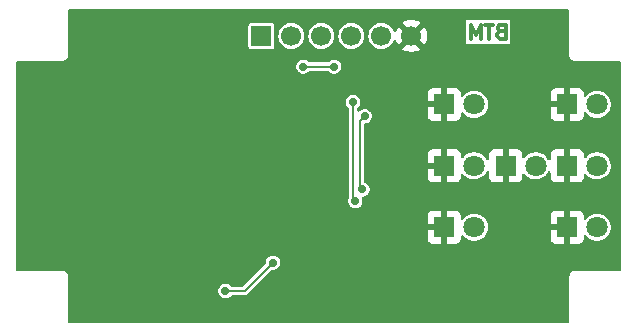
<source format=gbl>
G04 #@! TF.GenerationSoftware,KiCad,Pcbnew,9.0.1*
G04 #@! TF.CreationDate,2025-09-23T20:38:02+02:00*
G04 #@! TF.ProjectId,kostka-smd,6b6f7374-6b61-42d7-936d-642e6b696361,1*
G04 #@! TF.SameCoordinates,Original*
G04 #@! TF.FileFunction,Copper,L2,Bot*
G04 #@! TF.FilePolarity,Positive*
%FSLAX46Y46*%
G04 Gerber Fmt 4.6, Leading zero omitted, Abs format (unit mm)*
G04 Created by KiCad (PCBNEW 9.0.1) date 2025-09-23 20:38:02*
%MOMM*%
%LPD*%
G01*
G04 APERTURE LIST*
%ADD10C,0.300000*%
G04 #@! TA.AperFunction,NonConductor*
%ADD11C,0.300000*%
G04 #@! TD*
G04 #@! TA.AperFunction,ComponentPad*
%ADD12R,1.800000X1.800000*%
G04 #@! TD*
G04 #@! TA.AperFunction,ComponentPad*
%ADD13C,1.800000*%
G04 #@! TD*
G04 #@! TA.AperFunction,ComponentPad*
%ADD14R,1.700000X1.700000*%
G04 #@! TD*
G04 #@! TA.AperFunction,ComponentPad*
%ADD15C,1.700000*%
G04 #@! TD*
G04 #@! TA.AperFunction,ViaPad*
%ADD16C,0.700000*%
G04 #@! TD*
G04 #@! TA.AperFunction,Conductor*
%ADD17C,0.200000*%
G04 #@! TD*
G04 APERTURE END LIST*
D10*
D11*
X177716917Y-81008971D02*
X177545489Y-81066114D01*
X177545489Y-81066114D02*
X177488346Y-81123257D01*
X177488346Y-81123257D02*
X177431203Y-81237542D01*
X177431203Y-81237542D02*
X177431203Y-81408971D01*
X177431203Y-81408971D02*
X177488346Y-81523257D01*
X177488346Y-81523257D02*
X177545489Y-81580400D01*
X177545489Y-81580400D02*
X177659774Y-81637542D01*
X177659774Y-81637542D02*
X178116917Y-81637542D01*
X178116917Y-81637542D02*
X178116917Y-80437542D01*
X178116917Y-80437542D02*
X177716917Y-80437542D01*
X177716917Y-80437542D02*
X177602632Y-80494685D01*
X177602632Y-80494685D02*
X177545489Y-80551828D01*
X177545489Y-80551828D02*
X177488346Y-80666114D01*
X177488346Y-80666114D02*
X177488346Y-80780400D01*
X177488346Y-80780400D02*
X177545489Y-80894685D01*
X177545489Y-80894685D02*
X177602632Y-80951828D01*
X177602632Y-80951828D02*
X177716917Y-81008971D01*
X177716917Y-81008971D02*
X178116917Y-81008971D01*
X177088346Y-80437542D02*
X176402632Y-80437542D01*
X176745489Y-81637542D02*
X176745489Y-80437542D01*
X176002631Y-81637542D02*
X176002631Y-80437542D01*
X176002631Y-80437542D02*
X175602631Y-81294685D01*
X175602631Y-81294685D02*
X175202631Y-80437542D01*
X175202631Y-80437542D02*
X175202631Y-81637542D01*
D12*
X172930000Y-87200000D03*
D13*
X175470000Y-87200000D03*
D12*
X183330000Y-92400000D03*
D13*
X185870000Y-92400000D03*
D12*
X172930000Y-97600000D03*
D13*
X175470000Y-97600000D03*
D12*
X183330000Y-87200000D03*
D13*
X185870000Y-87200000D03*
D14*
X157450000Y-81400000D03*
D15*
X159990000Y-81400000D03*
X162530000Y-81400000D03*
X165070000Y-81400000D03*
X167610000Y-81400000D03*
X170150000Y-81400000D03*
D12*
X172930000Y-92400000D03*
D13*
X175470000Y-92400000D03*
D12*
X183330000Y-97600000D03*
D13*
X185870000Y-97600000D03*
D12*
X178130000Y-92400000D03*
D13*
X180670000Y-92400000D03*
D16*
X163800000Y-85400000D03*
X149731574Y-101800000D03*
X164400000Y-95400000D03*
X155400000Y-91000000D03*
X158420000Y-100600000D03*
X154400000Y-103000000D03*
X161000000Y-84000000D03*
X163600000Y-84000000D03*
X166000000Y-94400000D03*
X166200000Y-88200000D03*
X165400000Y-95400000D03*
X165200000Y-87000000D03*
D17*
X154400000Y-103000000D02*
X156020000Y-103000000D01*
X156020000Y-103000000D02*
X158420000Y-100600000D01*
X161000000Y-84000000D02*
X163600000Y-84000000D01*
X165800000Y-88600000D02*
X165800000Y-94200000D01*
X165800000Y-94200000D02*
X166000000Y-94400000D01*
X166200000Y-88200000D02*
X165800000Y-88600000D01*
X165200000Y-87000000D02*
X165200000Y-95200000D01*
X165200000Y-95200000D02*
X165400000Y-95400000D01*
G04 #@! TA.AperFunction,Conductor*
G36*
X183442539Y-79120185D02*
G01*
X183488294Y-79172989D01*
X183499500Y-79224500D01*
X183499500Y-83065891D01*
X183533608Y-83193187D01*
X183566554Y-83250250D01*
X183599500Y-83307314D01*
X183692686Y-83400500D01*
X183806814Y-83466392D01*
X183934108Y-83500500D01*
X184065892Y-83500500D01*
X187775500Y-83500500D01*
X187842539Y-83520185D01*
X187888294Y-83572989D01*
X187899500Y-83624500D01*
X187899500Y-101175500D01*
X187879815Y-101242539D01*
X187827011Y-101288294D01*
X187775500Y-101299500D01*
X183934108Y-101299500D01*
X183806812Y-101333608D01*
X183692686Y-101399500D01*
X183692683Y-101399502D01*
X183599502Y-101492683D01*
X183599500Y-101492686D01*
X183533608Y-101606812D01*
X183499500Y-101734108D01*
X183499500Y-105575500D01*
X183479815Y-105642539D01*
X183427011Y-105688294D01*
X183375500Y-105699500D01*
X141224500Y-105699500D01*
X141157461Y-105679815D01*
X141111706Y-105627011D01*
X141100500Y-105575500D01*
X141100500Y-102920943D01*
X153799500Y-102920943D01*
X153799500Y-103079056D01*
X153840423Y-103231783D01*
X153840426Y-103231790D01*
X153919475Y-103368709D01*
X153919479Y-103368714D01*
X153919480Y-103368716D01*
X154031284Y-103480520D01*
X154031286Y-103480521D01*
X154031290Y-103480524D01*
X154168209Y-103559573D01*
X154168216Y-103559577D01*
X154320943Y-103600500D01*
X154320945Y-103600500D01*
X154479055Y-103600500D01*
X154479057Y-103600500D01*
X154631784Y-103559577D01*
X154768716Y-103480520D01*
X154862417Y-103386819D01*
X154923740Y-103353334D01*
X154950098Y-103350500D01*
X156066142Y-103350500D01*
X156066144Y-103350500D01*
X156155288Y-103326614D01*
X156165912Y-103320480D01*
X156235212Y-103280470D01*
X158278862Y-101236818D01*
X158340185Y-101203334D01*
X158366543Y-101200500D01*
X158499055Y-101200500D01*
X158499057Y-101200500D01*
X158651784Y-101159577D01*
X158788716Y-101080520D01*
X158900520Y-100968716D01*
X158979577Y-100831784D01*
X159020500Y-100679057D01*
X159020500Y-100520943D01*
X158979577Y-100368216D01*
X158979573Y-100368209D01*
X158900524Y-100231290D01*
X158900518Y-100231282D01*
X158788717Y-100119481D01*
X158788709Y-100119475D01*
X158651790Y-100040426D01*
X158651786Y-100040424D01*
X158651784Y-100040423D01*
X158499057Y-99999500D01*
X158340943Y-99999500D01*
X158188216Y-100040423D01*
X158188209Y-100040426D01*
X158051290Y-100119475D01*
X158051282Y-100119481D01*
X157939481Y-100231282D01*
X157939475Y-100231290D01*
X157860426Y-100368209D01*
X157860423Y-100368216D01*
X157819500Y-100520943D01*
X157819500Y-100653455D01*
X157799815Y-100720494D01*
X157783181Y-100741136D01*
X155911137Y-102613181D01*
X155849814Y-102646666D01*
X155823456Y-102649500D01*
X154950098Y-102649500D01*
X154883059Y-102629815D01*
X154862417Y-102613181D01*
X154768717Y-102519481D01*
X154768709Y-102519475D01*
X154631790Y-102440426D01*
X154631786Y-102440424D01*
X154631784Y-102440423D01*
X154479057Y-102399500D01*
X154320943Y-102399500D01*
X154168216Y-102440423D01*
X154168209Y-102440426D01*
X154031290Y-102519475D01*
X154031282Y-102519481D01*
X153919481Y-102631282D01*
X153919475Y-102631290D01*
X153840426Y-102768209D01*
X153840423Y-102768216D01*
X153799500Y-102920943D01*
X141100500Y-102920943D01*
X141100500Y-101734110D01*
X141100500Y-101734108D01*
X141066392Y-101606814D01*
X141000500Y-101492686D01*
X140907314Y-101399500D01*
X140850250Y-101366554D01*
X140793187Y-101333608D01*
X140729539Y-101316554D01*
X140665892Y-101299500D01*
X140665891Y-101299500D01*
X136824500Y-101299500D01*
X136757461Y-101279815D01*
X136711706Y-101227011D01*
X136700500Y-101175500D01*
X136700500Y-96652155D01*
X171530000Y-96652155D01*
X171530000Y-97350000D01*
X172554722Y-97350000D01*
X172510667Y-97426306D01*
X172480000Y-97540756D01*
X172480000Y-97659244D01*
X172510667Y-97773694D01*
X172554722Y-97850000D01*
X171530000Y-97850000D01*
X171530000Y-98547844D01*
X171536401Y-98607372D01*
X171536403Y-98607379D01*
X171586645Y-98742086D01*
X171586649Y-98742093D01*
X171672809Y-98857187D01*
X171672812Y-98857190D01*
X171787906Y-98943350D01*
X171787913Y-98943354D01*
X171922620Y-98993596D01*
X171922627Y-98993598D01*
X171982155Y-98999999D01*
X171982172Y-99000000D01*
X172680000Y-99000000D01*
X172680000Y-97975277D01*
X172756306Y-98019333D01*
X172870756Y-98050000D01*
X172989244Y-98050000D01*
X173103694Y-98019333D01*
X173180000Y-97975277D01*
X173180000Y-99000000D01*
X173877828Y-99000000D01*
X173877844Y-98999999D01*
X173937372Y-98993598D01*
X173937379Y-98993596D01*
X174072086Y-98943354D01*
X174072093Y-98943350D01*
X174187187Y-98857190D01*
X174187190Y-98857187D01*
X174273350Y-98742093D01*
X174273354Y-98742086D01*
X174323596Y-98607379D01*
X174323598Y-98607372D01*
X174329999Y-98547844D01*
X174330000Y-98547827D01*
X174330000Y-98369906D01*
X174349685Y-98302867D01*
X174402489Y-98257112D01*
X174471647Y-98247168D01*
X174535203Y-98276193D01*
X174554319Y-98297022D01*
X174592443Y-98349497D01*
X174720500Y-98477554D01*
X174720505Y-98477558D01*
X174817223Y-98547827D01*
X174867006Y-98583996D01*
X174972484Y-98637740D01*
X175028360Y-98666211D01*
X175028363Y-98666212D01*
X175114476Y-98694191D01*
X175200591Y-98722171D01*
X175283429Y-98735291D01*
X175379449Y-98750500D01*
X175379454Y-98750500D01*
X175560551Y-98750500D01*
X175647259Y-98736765D01*
X175739409Y-98722171D01*
X175911639Y-98666211D01*
X176072994Y-98583996D01*
X176219501Y-98477553D01*
X176347553Y-98349501D01*
X176453996Y-98202994D01*
X176536211Y-98041639D01*
X176543459Y-98019333D01*
X176592171Y-97869410D01*
X176606453Y-97779240D01*
X176620500Y-97690551D01*
X176620500Y-97509448D01*
X176595245Y-97350000D01*
X176592171Y-97330591D01*
X176536211Y-97158361D01*
X176536211Y-97158360D01*
X176507740Y-97102484D01*
X176453996Y-96997006D01*
X176440396Y-96978287D01*
X176347558Y-96850505D01*
X176347554Y-96850500D01*
X176219499Y-96722445D01*
X176219494Y-96722441D01*
X176122752Y-96652155D01*
X181930000Y-96652155D01*
X181930000Y-97350000D01*
X182954722Y-97350000D01*
X182910667Y-97426306D01*
X182880000Y-97540756D01*
X182880000Y-97659244D01*
X182910667Y-97773694D01*
X182954722Y-97850000D01*
X181930000Y-97850000D01*
X181930000Y-98547844D01*
X181936401Y-98607372D01*
X181936403Y-98607379D01*
X181986645Y-98742086D01*
X181986649Y-98742093D01*
X182072809Y-98857187D01*
X182072812Y-98857190D01*
X182187906Y-98943350D01*
X182187913Y-98943354D01*
X182322620Y-98993596D01*
X182322627Y-98993598D01*
X182382155Y-98999999D01*
X182382172Y-99000000D01*
X183080000Y-99000000D01*
X183080000Y-97975277D01*
X183156306Y-98019333D01*
X183270756Y-98050000D01*
X183389244Y-98050000D01*
X183503694Y-98019333D01*
X183580000Y-97975277D01*
X183580000Y-99000000D01*
X184277828Y-99000000D01*
X184277844Y-98999999D01*
X184337372Y-98993598D01*
X184337379Y-98993596D01*
X184472086Y-98943354D01*
X184472093Y-98943350D01*
X184587187Y-98857190D01*
X184587190Y-98857187D01*
X184673350Y-98742093D01*
X184673354Y-98742086D01*
X184723596Y-98607379D01*
X184723598Y-98607372D01*
X184729999Y-98547844D01*
X184730000Y-98547827D01*
X184730000Y-98369906D01*
X184749685Y-98302867D01*
X184802489Y-98257112D01*
X184871647Y-98247168D01*
X184935203Y-98276193D01*
X184954319Y-98297022D01*
X184992443Y-98349497D01*
X185120500Y-98477554D01*
X185120505Y-98477558D01*
X185217223Y-98547827D01*
X185267006Y-98583996D01*
X185372484Y-98637740D01*
X185428360Y-98666211D01*
X185428363Y-98666212D01*
X185514476Y-98694191D01*
X185600591Y-98722171D01*
X185683429Y-98735291D01*
X185779449Y-98750500D01*
X185779454Y-98750500D01*
X185960551Y-98750500D01*
X186047259Y-98736765D01*
X186139409Y-98722171D01*
X186311639Y-98666211D01*
X186472994Y-98583996D01*
X186619501Y-98477553D01*
X186747553Y-98349501D01*
X186853996Y-98202994D01*
X186936211Y-98041639D01*
X186992171Y-97869409D01*
X187007331Y-97773694D01*
X187020500Y-97690551D01*
X187020500Y-97509448D01*
X186995245Y-97350000D01*
X186992171Y-97330591D01*
X186936211Y-97158361D01*
X186936211Y-97158360D01*
X186907740Y-97102484D01*
X186853996Y-96997006D01*
X186840396Y-96978287D01*
X186747558Y-96850505D01*
X186747554Y-96850500D01*
X186619499Y-96722445D01*
X186619494Y-96722441D01*
X186472997Y-96616006D01*
X186472996Y-96616005D01*
X186472994Y-96616004D01*
X186421300Y-96589664D01*
X186311639Y-96533788D01*
X186311636Y-96533787D01*
X186139410Y-96477829D01*
X185960551Y-96449500D01*
X185960546Y-96449500D01*
X185779454Y-96449500D01*
X185779449Y-96449500D01*
X185600589Y-96477829D01*
X185428363Y-96533787D01*
X185428360Y-96533788D01*
X185267002Y-96616006D01*
X185120505Y-96722441D01*
X185120500Y-96722445D01*
X184992445Y-96850500D01*
X184992441Y-96850505D01*
X184954318Y-96902978D01*
X184898988Y-96945644D01*
X184829375Y-96951623D01*
X184767580Y-96919018D01*
X184733223Y-96858179D01*
X184730000Y-96830093D01*
X184730000Y-96652172D01*
X184729999Y-96652155D01*
X184723598Y-96592627D01*
X184723596Y-96592620D01*
X184673354Y-96457913D01*
X184673350Y-96457906D01*
X184587190Y-96342812D01*
X184587187Y-96342809D01*
X184472093Y-96256649D01*
X184472086Y-96256645D01*
X184337379Y-96206403D01*
X184337372Y-96206401D01*
X184277844Y-96200000D01*
X183580000Y-96200000D01*
X183580000Y-97224722D01*
X183503694Y-97180667D01*
X183389244Y-97150000D01*
X183270756Y-97150000D01*
X183156306Y-97180667D01*
X183080000Y-97224722D01*
X183080000Y-96200000D01*
X182382155Y-96200000D01*
X182322627Y-96206401D01*
X182322620Y-96206403D01*
X182187913Y-96256645D01*
X182187906Y-96256649D01*
X182072812Y-96342809D01*
X182072809Y-96342812D01*
X181986649Y-96457906D01*
X181986645Y-96457913D01*
X181936403Y-96592620D01*
X181936401Y-96592627D01*
X181930000Y-96652155D01*
X176122752Y-96652155D01*
X176072997Y-96616006D01*
X176072996Y-96616005D01*
X176072994Y-96616004D01*
X176021300Y-96589664D01*
X175911639Y-96533788D01*
X175911636Y-96533787D01*
X175739410Y-96477829D01*
X175560551Y-96449500D01*
X175560546Y-96449500D01*
X175379454Y-96449500D01*
X175379449Y-96449500D01*
X175200589Y-96477829D01*
X175028363Y-96533787D01*
X175028360Y-96533788D01*
X174867002Y-96616006D01*
X174720505Y-96722441D01*
X174720500Y-96722445D01*
X174592445Y-96850500D01*
X174592441Y-96850505D01*
X174554318Y-96902978D01*
X174498988Y-96945644D01*
X174429375Y-96951623D01*
X174367580Y-96919018D01*
X174333223Y-96858179D01*
X174330000Y-96830093D01*
X174330000Y-96652172D01*
X174329999Y-96652155D01*
X174323598Y-96592627D01*
X174323596Y-96592620D01*
X174273354Y-96457913D01*
X174273350Y-96457906D01*
X174187190Y-96342812D01*
X174187187Y-96342809D01*
X174072093Y-96256649D01*
X174072086Y-96256645D01*
X173937379Y-96206403D01*
X173937372Y-96206401D01*
X173877844Y-96200000D01*
X173180000Y-96200000D01*
X173180000Y-97224722D01*
X173103694Y-97180667D01*
X172989244Y-97150000D01*
X172870756Y-97150000D01*
X172756306Y-97180667D01*
X172680000Y-97224722D01*
X172680000Y-96200000D01*
X171982155Y-96200000D01*
X171922627Y-96206401D01*
X171922620Y-96206403D01*
X171787913Y-96256645D01*
X171787906Y-96256649D01*
X171672812Y-96342809D01*
X171672809Y-96342812D01*
X171586649Y-96457906D01*
X171586645Y-96457913D01*
X171536403Y-96592620D01*
X171536401Y-96592627D01*
X171530000Y-96652155D01*
X136700500Y-96652155D01*
X136700500Y-86920943D01*
X164599500Y-86920943D01*
X164599500Y-87079056D01*
X164640423Y-87231783D01*
X164640426Y-87231790D01*
X164719475Y-87368709D01*
X164719481Y-87368717D01*
X164813181Y-87462417D01*
X164846666Y-87523740D01*
X164849500Y-87550098D01*
X164849500Y-95121637D01*
X164841834Y-95160179D01*
X164842527Y-95160365D01*
X164799500Y-95320943D01*
X164799500Y-95479056D01*
X164840423Y-95631783D01*
X164840426Y-95631790D01*
X164919475Y-95768709D01*
X164919479Y-95768714D01*
X164919480Y-95768716D01*
X165031284Y-95880520D01*
X165031286Y-95880521D01*
X165031290Y-95880524D01*
X165168209Y-95959573D01*
X165168216Y-95959577D01*
X165320943Y-96000500D01*
X165320945Y-96000500D01*
X165479055Y-96000500D01*
X165479057Y-96000500D01*
X165631784Y-95959577D01*
X165768716Y-95880520D01*
X165880520Y-95768716D01*
X165959577Y-95631784D01*
X166000500Y-95479057D01*
X166000500Y-95320943D01*
X165959577Y-95168216D01*
X165959576Y-95168214D01*
X165957473Y-95160365D01*
X165959809Y-95159739D01*
X165953658Y-95102472D01*
X165984939Y-95039996D01*
X166045031Y-95004349D01*
X166075686Y-95000500D01*
X166079055Y-95000500D01*
X166079057Y-95000500D01*
X166231784Y-94959577D01*
X166368716Y-94880520D01*
X166480520Y-94768716D01*
X166559577Y-94631784D01*
X166600500Y-94479057D01*
X166600500Y-94320943D01*
X166559577Y-94168216D01*
X166559573Y-94168209D01*
X166480524Y-94031290D01*
X166480518Y-94031282D01*
X166368717Y-93919481D01*
X166368709Y-93919475D01*
X166231786Y-93840423D01*
X166227048Y-93838461D01*
X166172644Y-93794620D01*
X166150579Y-93728326D01*
X166150500Y-93723900D01*
X166150500Y-91452155D01*
X171530000Y-91452155D01*
X171530000Y-92150000D01*
X172554722Y-92150000D01*
X172510667Y-92226306D01*
X172480000Y-92340756D01*
X172480000Y-92459244D01*
X172510667Y-92573694D01*
X172554722Y-92650000D01*
X171530000Y-92650000D01*
X171530000Y-93347844D01*
X171536401Y-93407372D01*
X171536403Y-93407379D01*
X171586645Y-93542086D01*
X171586649Y-93542093D01*
X171672809Y-93657187D01*
X171672812Y-93657190D01*
X171787906Y-93743350D01*
X171787913Y-93743354D01*
X171922620Y-93793596D01*
X171922627Y-93793598D01*
X171982155Y-93799999D01*
X171982172Y-93800000D01*
X172680000Y-93800000D01*
X172680000Y-92775277D01*
X172756306Y-92819333D01*
X172870756Y-92850000D01*
X172989244Y-92850000D01*
X173103694Y-92819333D01*
X173180000Y-92775277D01*
X173180000Y-93800000D01*
X173877828Y-93800000D01*
X173877844Y-93799999D01*
X173937372Y-93793598D01*
X173937379Y-93793596D01*
X174072086Y-93743354D01*
X174072093Y-93743350D01*
X174187187Y-93657190D01*
X174187190Y-93657187D01*
X174273350Y-93542093D01*
X174273354Y-93542086D01*
X174323596Y-93407379D01*
X174323598Y-93407372D01*
X174329999Y-93347844D01*
X174330000Y-93347827D01*
X174330000Y-93169906D01*
X174349685Y-93102867D01*
X174402489Y-93057112D01*
X174471647Y-93047168D01*
X174535203Y-93076193D01*
X174554319Y-93097022D01*
X174592443Y-93149497D01*
X174720500Y-93277554D01*
X174720505Y-93277558D01*
X174817223Y-93347827D01*
X174867006Y-93383996D01*
X174972484Y-93437740D01*
X175028360Y-93466211D01*
X175028363Y-93466212D01*
X175114476Y-93494191D01*
X175200591Y-93522171D01*
X175283429Y-93535291D01*
X175379449Y-93550500D01*
X175379454Y-93550500D01*
X175560551Y-93550500D01*
X175647259Y-93536765D01*
X175739409Y-93522171D01*
X175911639Y-93466211D01*
X176072994Y-93383996D01*
X176219501Y-93277553D01*
X176347553Y-93149501D01*
X176453996Y-93002994D01*
X176495515Y-92921506D01*
X176543490Y-92870712D01*
X176611310Y-92853917D01*
X176677445Y-92876454D01*
X176720897Y-92931169D01*
X176730000Y-92977803D01*
X176730000Y-93347844D01*
X176736401Y-93407372D01*
X176736403Y-93407379D01*
X176786645Y-93542086D01*
X176786649Y-93542093D01*
X176872809Y-93657187D01*
X176872812Y-93657190D01*
X176987906Y-93743350D01*
X176987913Y-93743354D01*
X177122620Y-93793596D01*
X177122627Y-93793598D01*
X177182155Y-93799999D01*
X177182172Y-93800000D01*
X177880000Y-93800000D01*
X177880000Y-92775277D01*
X177956306Y-92819333D01*
X178070756Y-92850000D01*
X178189244Y-92850000D01*
X178303694Y-92819333D01*
X178380000Y-92775277D01*
X178380000Y-93800000D01*
X179077828Y-93800000D01*
X179077844Y-93799999D01*
X179137372Y-93793598D01*
X179137379Y-93793596D01*
X179272086Y-93743354D01*
X179272093Y-93743350D01*
X179387187Y-93657190D01*
X179387190Y-93657187D01*
X179473350Y-93542093D01*
X179473354Y-93542086D01*
X179523596Y-93407379D01*
X179523598Y-93407372D01*
X179529999Y-93347844D01*
X179530000Y-93347827D01*
X179530000Y-93169906D01*
X179549685Y-93102867D01*
X179602489Y-93057112D01*
X179671647Y-93047168D01*
X179735203Y-93076193D01*
X179754319Y-93097022D01*
X179792443Y-93149497D01*
X179920500Y-93277554D01*
X179920505Y-93277558D01*
X180017223Y-93347827D01*
X180067006Y-93383996D01*
X180172484Y-93437740D01*
X180228360Y-93466211D01*
X180228363Y-93466212D01*
X180314476Y-93494191D01*
X180400591Y-93522171D01*
X180483429Y-93535291D01*
X180579449Y-93550500D01*
X180579454Y-93550500D01*
X180760551Y-93550500D01*
X180847259Y-93536765D01*
X180939409Y-93522171D01*
X181111639Y-93466211D01*
X181272994Y-93383996D01*
X181419501Y-93277553D01*
X181547553Y-93149501D01*
X181653996Y-93002994D01*
X181695515Y-92921506D01*
X181743490Y-92870712D01*
X181811310Y-92853917D01*
X181877445Y-92876454D01*
X181920897Y-92931169D01*
X181930000Y-92977803D01*
X181930000Y-93347844D01*
X181936401Y-93407372D01*
X181936403Y-93407379D01*
X181986645Y-93542086D01*
X181986649Y-93542093D01*
X182072809Y-93657187D01*
X182072812Y-93657190D01*
X182187906Y-93743350D01*
X182187913Y-93743354D01*
X182322620Y-93793596D01*
X182322627Y-93793598D01*
X182382155Y-93799999D01*
X182382172Y-93800000D01*
X183080000Y-93800000D01*
X183080000Y-92775277D01*
X183156306Y-92819333D01*
X183270756Y-92850000D01*
X183389244Y-92850000D01*
X183503694Y-92819333D01*
X183580000Y-92775277D01*
X183580000Y-93800000D01*
X184277828Y-93800000D01*
X184277844Y-93799999D01*
X184337372Y-93793598D01*
X184337379Y-93793596D01*
X184472086Y-93743354D01*
X184472093Y-93743350D01*
X184587187Y-93657190D01*
X184587190Y-93657187D01*
X184673350Y-93542093D01*
X184673354Y-93542086D01*
X184723596Y-93407379D01*
X184723598Y-93407372D01*
X184729999Y-93347844D01*
X184730000Y-93347827D01*
X184730000Y-93169906D01*
X184749685Y-93102867D01*
X184802489Y-93057112D01*
X184871647Y-93047168D01*
X184935203Y-93076193D01*
X184954319Y-93097022D01*
X184992443Y-93149497D01*
X185120500Y-93277554D01*
X185120505Y-93277558D01*
X185217223Y-93347827D01*
X185267006Y-93383996D01*
X185372484Y-93437740D01*
X185428360Y-93466211D01*
X185428363Y-93466212D01*
X185514476Y-93494191D01*
X185600591Y-93522171D01*
X185683429Y-93535291D01*
X185779449Y-93550500D01*
X185779454Y-93550500D01*
X185960551Y-93550500D01*
X186047259Y-93536765D01*
X186139409Y-93522171D01*
X186311639Y-93466211D01*
X186472994Y-93383996D01*
X186619501Y-93277553D01*
X186747553Y-93149501D01*
X186853996Y-93002994D01*
X186936211Y-92841639D01*
X186992171Y-92669409D01*
X187007331Y-92573694D01*
X187020500Y-92490551D01*
X187020500Y-92309448D01*
X186995245Y-92150000D01*
X186992171Y-92130591D01*
X186936211Y-91958361D01*
X186936211Y-91958360D01*
X186895515Y-91878491D01*
X186853996Y-91797006D01*
X186840396Y-91778287D01*
X186747558Y-91650505D01*
X186747554Y-91650500D01*
X186619499Y-91522445D01*
X186619494Y-91522441D01*
X186472997Y-91416006D01*
X186472996Y-91416005D01*
X186472994Y-91416004D01*
X186421300Y-91389664D01*
X186311639Y-91333788D01*
X186311636Y-91333787D01*
X186139410Y-91277829D01*
X185960551Y-91249500D01*
X185960546Y-91249500D01*
X185779454Y-91249500D01*
X185779449Y-91249500D01*
X185600589Y-91277829D01*
X185428363Y-91333787D01*
X185428360Y-91333788D01*
X185267002Y-91416006D01*
X185120505Y-91522441D01*
X185120500Y-91522445D01*
X184992445Y-91650500D01*
X184992441Y-91650505D01*
X184954318Y-91702978D01*
X184898988Y-91745644D01*
X184829375Y-91751623D01*
X184767580Y-91719018D01*
X184733223Y-91658179D01*
X184730000Y-91630093D01*
X184730000Y-91452172D01*
X184729999Y-91452155D01*
X184723598Y-91392627D01*
X184723596Y-91392620D01*
X184673354Y-91257913D01*
X184673350Y-91257906D01*
X184587190Y-91142812D01*
X184587187Y-91142809D01*
X184472093Y-91056649D01*
X184472086Y-91056645D01*
X184337379Y-91006403D01*
X184337372Y-91006401D01*
X184277844Y-91000000D01*
X183580000Y-91000000D01*
X183580000Y-92024722D01*
X183503694Y-91980667D01*
X183389244Y-91950000D01*
X183270756Y-91950000D01*
X183156306Y-91980667D01*
X183080000Y-92024722D01*
X183080000Y-91000000D01*
X182382155Y-91000000D01*
X182322627Y-91006401D01*
X182322620Y-91006403D01*
X182187913Y-91056645D01*
X182187906Y-91056649D01*
X182072812Y-91142809D01*
X182072809Y-91142812D01*
X181986649Y-91257906D01*
X181986645Y-91257913D01*
X181936403Y-91392620D01*
X181936401Y-91392627D01*
X181930000Y-91452155D01*
X181930000Y-91822196D01*
X181910315Y-91889235D01*
X181857511Y-91934990D01*
X181788353Y-91944934D01*
X181724797Y-91915909D01*
X181695515Y-91878491D01*
X181693246Y-91874038D01*
X181653996Y-91797006D01*
X181640396Y-91778287D01*
X181547558Y-91650505D01*
X181547554Y-91650500D01*
X181419499Y-91522445D01*
X181419494Y-91522441D01*
X181272997Y-91416006D01*
X181272996Y-91416005D01*
X181272994Y-91416004D01*
X181221300Y-91389664D01*
X181111639Y-91333788D01*
X181111636Y-91333787D01*
X180939410Y-91277829D01*
X180760551Y-91249500D01*
X180760546Y-91249500D01*
X180579454Y-91249500D01*
X180579449Y-91249500D01*
X180400589Y-91277829D01*
X180228363Y-91333787D01*
X180228360Y-91333788D01*
X180067002Y-91416006D01*
X179920505Y-91522441D01*
X179920500Y-91522445D01*
X179792445Y-91650500D01*
X179792441Y-91650505D01*
X179754318Y-91702978D01*
X179698988Y-91745644D01*
X179629375Y-91751623D01*
X179567580Y-91719018D01*
X179533223Y-91658179D01*
X179530000Y-91630093D01*
X179530000Y-91452172D01*
X179529999Y-91452155D01*
X179523598Y-91392627D01*
X179523596Y-91392620D01*
X179473354Y-91257913D01*
X179473350Y-91257906D01*
X179387190Y-91142812D01*
X179387187Y-91142809D01*
X179272093Y-91056649D01*
X179272086Y-91056645D01*
X179137379Y-91006403D01*
X179137372Y-91006401D01*
X179077844Y-91000000D01*
X178380000Y-91000000D01*
X178380000Y-92024722D01*
X178303694Y-91980667D01*
X178189244Y-91950000D01*
X178070756Y-91950000D01*
X177956306Y-91980667D01*
X177880000Y-92024722D01*
X177880000Y-91000000D01*
X177182155Y-91000000D01*
X177122627Y-91006401D01*
X177122620Y-91006403D01*
X176987913Y-91056645D01*
X176987906Y-91056649D01*
X176872812Y-91142809D01*
X176872809Y-91142812D01*
X176786649Y-91257906D01*
X176786645Y-91257913D01*
X176736403Y-91392620D01*
X176736401Y-91392627D01*
X176730000Y-91452155D01*
X176730000Y-91822196D01*
X176710315Y-91889235D01*
X176657511Y-91934990D01*
X176588353Y-91944934D01*
X176524797Y-91915909D01*
X176495515Y-91878491D01*
X176493246Y-91874038D01*
X176453996Y-91797006D01*
X176440396Y-91778287D01*
X176347558Y-91650505D01*
X176347554Y-91650500D01*
X176219499Y-91522445D01*
X176219494Y-91522441D01*
X176072997Y-91416006D01*
X176072996Y-91416005D01*
X176072994Y-91416004D01*
X176021300Y-91389664D01*
X175911639Y-91333788D01*
X175911636Y-91333787D01*
X175739410Y-91277829D01*
X175560551Y-91249500D01*
X175560546Y-91249500D01*
X175379454Y-91249500D01*
X175379449Y-91249500D01*
X175200589Y-91277829D01*
X175028363Y-91333787D01*
X175028360Y-91333788D01*
X174867002Y-91416006D01*
X174720505Y-91522441D01*
X174720500Y-91522445D01*
X174592445Y-91650500D01*
X174592441Y-91650505D01*
X174554318Y-91702978D01*
X174498988Y-91745644D01*
X174429375Y-91751623D01*
X174367580Y-91719018D01*
X174333223Y-91658179D01*
X174330000Y-91630093D01*
X174330000Y-91452172D01*
X174329999Y-91452155D01*
X174323598Y-91392627D01*
X174323596Y-91392620D01*
X174273354Y-91257913D01*
X174273350Y-91257906D01*
X174187190Y-91142812D01*
X174187187Y-91142809D01*
X174072093Y-91056649D01*
X174072086Y-91056645D01*
X173937379Y-91006403D01*
X173937372Y-91006401D01*
X173877844Y-91000000D01*
X173180000Y-91000000D01*
X173180000Y-92024722D01*
X173103694Y-91980667D01*
X172989244Y-91950000D01*
X172870756Y-91950000D01*
X172756306Y-91980667D01*
X172680000Y-92024722D01*
X172680000Y-91000000D01*
X171982155Y-91000000D01*
X171922627Y-91006401D01*
X171922620Y-91006403D01*
X171787913Y-91056645D01*
X171787906Y-91056649D01*
X171672812Y-91142809D01*
X171672809Y-91142812D01*
X171586649Y-91257906D01*
X171586645Y-91257913D01*
X171536403Y-91392620D01*
X171536401Y-91392627D01*
X171530000Y-91452155D01*
X166150500Y-91452155D01*
X166150500Y-88924500D01*
X166170185Y-88857461D01*
X166222989Y-88811706D01*
X166274500Y-88800500D01*
X166279055Y-88800500D01*
X166279057Y-88800500D01*
X166431784Y-88759577D01*
X166568716Y-88680520D01*
X166680520Y-88568716D01*
X166759577Y-88431784D01*
X166800500Y-88279057D01*
X166800500Y-88120943D01*
X166759577Y-87968216D01*
X166689691Y-87847168D01*
X166680524Y-87831290D01*
X166680518Y-87831282D01*
X166568717Y-87719481D01*
X166568709Y-87719475D01*
X166431790Y-87640426D01*
X166431786Y-87640424D01*
X166431784Y-87640423D01*
X166279057Y-87599500D01*
X166120943Y-87599500D01*
X165968216Y-87640423D01*
X165968209Y-87640426D01*
X165831290Y-87719475D01*
X165831282Y-87719481D01*
X165762181Y-87788583D01*
X165742744Y-87799195D01*
X165726011Y-87813696D01*
X165712679Y-87815612D01*
X165700858Y-87822068D01*
X165678771Y-87820488D01*
X165656853Y-87823640D01*
X165644601Y-87818044D01*
X165631166Y-87817084D01*
X165613439Y-87803813D01*
X165593297Y-87794615D01*
X165586014Y-87783283D01*
X165575233Y-87775212D01*
X165567495Y-87754466D01*
X165555523Y-87735837D01*
X165552371Y-87713918D01*
X165550816Y-87709748D01*
X165550500Y-87700902D01*
X165550500Y-87550098D01*
X165570185Y-87483059D01*
X165586819Y-87462417D01*
X165599236Y-87450000D01*
X165680520Y-87368716D01*
X165759577Y-87231784D01*
X165800500Y-87079057D01*
X165800500Y-86920943D01*
X165759577Y-86768216D01*
X165749060Y-86750000D01*
X165680524Y-86631290D01*
X165680518Y-86631282D01*
X165568717Y-86519481D01*
X165568709Y-86519475D01*
X165431790Y-86440426D01*
X165431786Y-86440424D01*
X165431784Y-86440423D01*
X165279057Y-86399500D01*
X165120943Y-86399500D01*
X164968216Y-86440423D01*
X164968209Y-86440426D01*
X164831290Y-86519475D01*
X164831282Y-86519481D01*
X164719481Y-86631282D01*
X164719475Y-86631290D01*
X164640426Y-86768209D01*
X164640423Y-86768216D01*
X164599500Y-86920943D01*
X136700500Y-86920943D01*
X136700500Y-86252155D01*
X171530000Y-86252155D01*
X171530000Y-86950000D01*
X172554722Y-86950000D01*
X172510667Y-87026306D01*
X172480000Y-87140756D01*
X172480000Y-87259244D01*
X172510667Y-87373694D01*
X172554722Y-87450000D01*
X171530000Y-87450000D01*
X171530000Y-88147844D01*
X171536401Y-88207372D01*
X171536403Y-88207379D01*
X171586645Y-88342086D01*
X171586649Y-88342093D01*
X171672809Y-88457187D01*
X171672812Y-88457190D01*
X171787906Y-88543350D01*
X171787913Y-88543354D01*
X171922620Y-88593596D01*
X171922627Y-88593598D01*
X171982155Y-88599999D01*
X171982172Y-88600000D01*
X172680000Y-88600000D01*
X172680000Y-87575277D01*
X172756306Y-87619333D01*
X172870756Y-87650000D01*
X172989244Y-87650000D01*
X173103694Y-87619333D01*
X173180000Y-87575277D01*
X173180000Y-88600000D01*
X173877828Y-88600000D01*
X173877844Y-88599999D01*
X173937372Y-88593598D01*
X173937379Y-88593596D01*
X174072086Y-88543354D01*
X174072093Y-88543350D01*
X174187187Y-88457190D01*
X174187190Y-88457187D01*
X174273350Y-88342093D01*
X174273354Y-88342086D01*
X174323596Y-88207379D01*
X174323598Y-88207372D01*
X174329999Y-88147844D01*
X174330000Y-88147827D01*
X174330000Y-87969906D01*
X174349685Y-87902867D01*
X174402489Y-87857112D01*
X174471647Y-87847168D01*
X174535203Y-87876193D01*
X174554319Y-87897022D01*
X174592443Y-87949497D01*
X174720500Y-88077554D01*
X174720505Y-88077558D01*
X174780223Y-88120945D01*
X174867006Y-88183996D01*
X174972484Y-88237740D01*
X175028360Y-88266211D01*
X175028363Y-88266212D01*
X175114476Y-88294191D01*
X175200591Y-88322171D01*
X175283429Y-88335291D01*
X175379449Y-88350500D01*
X175379454Y-88350500D01*
X175560551Y-88350500D01*
X175647259Y-88336765D01*
X175739409Y-88322171D01*
X175911639Y-88266211D01*
X176072994Y-88183996D01*
X176219501Y-88077553D01*
X176347553Y-87949501D01*
X176453996Y-87802994D01*
X176536211Y-87641639D01*
X176549903Y-87599500D01*
X176592171Y-87469410D01*
X176606453Y-87379240D01*
X176620500Y-87290551D01*
X176620500Y-87109448D01*
X176595245Y-86950000D01*
X176592171Y-86930591D01*
X176536211Y-86758361D01*
X176536211Y-86758360D01*
X176507740Y-86702484D01*
X176453996Y-86597006D01*
X176440396Y-86578287D01*
X176347558Y-86450505D01*
X176347554Y-86450500D01*
X176219499Y-86322445D01*
X176219494Y-86322441D01*
X176122752Y-86252155D01*
X181930000Y-86252155D01*
X181930000Y-86950000D01*
X182954722Y-86950000D01*
X182910667Y-87026306D01*
X182880000Y-87140756D01*
X182880000Y-87259244D01*
X182910667Y-87373694D01*
X182954722Y-87450000D01*
X181930000Y-87450000D01*
X181930000Y-88147844D01*
X181936401Y-88207372D01*
X181936403Y-88207379D01*
X181986645Y-88342086D01*
X181986649Y-88342093D01*
X182072809Y-88457187D01*
X182072812Y-88457190D01*
X182187906Y-88543350D01*
X182187913Y-88543354D01*
X182322620Y-88593596D01*
X182322627Y-88593598D01*
X182382155Y-88599999D01*
X182382172Y-88600000D01*
X183080000Y-88600000D01*
X183080000Y-87575277D01*
X183156306Y-87619333D01*
X183270756Y-87650000D01*
X183389244Y-87650000D01*
X183503694Y-87619333D01*
X183580000Y-87575277D01*
X183580000Y-88600000D01*
X184277828Y-88600000D01*
X184277844Y-88599999D01*
X184337372Y-88593598D01*
X184337379Y-88593596D01*
X184472086Y-88543354D01*
X184472093Y-88543350D01*
X184587187Y-88457190D01*
X184587190Y-88457187D01*
X184673350Y-88342093D01*
X184673354Y-88342086D01*
X184723596Y-88207379D01*
X184723598Y-88207372D01*
X184729999Y-88147844D01*
X184730000Y-88147827D01*
X184730000Y-87969906D01*
X184749685Y-87902867D01*
X184802489Y-87857112D01*
X184871647Y-87847168D01*
X184935203Y-87876193D01*
X184954319Y-87897022D01*
X184992443Y-87949497D01*
X185120500Y-88077554D01*
X185120505Y-88077558D01*
X185180223Y-88120945D01*
X185267006Y-88183996D01*
X185372484Y-88237740D01*
X185428360Y-88266211D01*
X185428363Y-88266212D01*
X185514476Y-88294191D01*
X185600591Y-88322171D01*
X185683429Y-88335291D01*
X185779449Y-88350500D01*
X185779454Y-88350500D01*
X185960551Y-88350500D01*
X186047259Y-88336765D01*
X186139409Y-88322171D01*
X186311639Y-88266211D01*
X186472994Y-88183996D01*
X186619501Y-88077553D01*
X186747553Y-87949501D01*
X186853996Y-87802994D01*
X186936211Y-87641639D01*
X186992171Y-87469409D01*
X187013200Y-87336638D01*
X187020500Y-87290551D01*
X187020500Y-87109448D01*
X186995245Y-86950000D01*
X186992171Y-86930591D01*
X186936211Y-86758361D01*
X186936211Y-86758360D01*
X186907740Y-86702484D01*
X186853996Y-86597006D01*
X186840396Y-86578287D01*
X186747558Y-86450505D01*
X186747554Y-86450500D01*
X186619499Y-86322445D01*
X186619494Y-86322441D01*
X186472997Y-86216006D01*
X186472996Y-86216005D01*
X186472994Y-86216004D01*
X186421300Y-86189664D01*
X186311639Y-86133788D01*
X186311636Y-86133787D01*
X186139410Y-86077829D01*
X185960551Y-86049500D01*
X185960546Y-86049500D01*
X185779454Y-86049500D01*
X185779449Y-86049500D01*
X185600589Y-86077829D01*
X185428363Y-86133787D01*
X185428360Y-86133788D01*
X185267002Y-86216006D01*
X185120505Y-86322441D01*
X185120500Y-86322445D01*
X184992445Y-86450500D01*
X184992441Y-86450505D01*
X184954318Y-86502978D01*
X184898988Y-86545644D01*
X184829375Y-86551623D01*
X184767580Y-86519018D01*
X184733223Y-86458179D01*
X184730000Y-86430093D01*
X184730000Y-86252172D01*
X184729999Y-86252155D01*
X184723598Y-86192627D01*
X184723596Y-86192620D01*
X184673354Y-86057913D01*
X184673350Y-86057906D01*
X184587190Y-85942812D01*
X184587187Y-85942809D01*
X184472093Y-85856649D01*
X184472086Y-85856645D01*
X184337379Y-85806403D01*
X184337372Y-85806401D01*
X184277844Y-85800000D01*
X183580000Y-85800000D01*
X183580000Y-86824722D01*
X183503694Y-86780667D01*
X183389244Y-86750000D01*
X183270756Y-86750000D01*
X183156306Y-86780667D01*
X183080000Y-86824722D01*
X183080000Y-85800000D01*
X182382155Y-85800000D01*
X182322627Y-85806401D01*
X182322620Y-85806403D01*
X182187913Y-85856645D01*
X182187906Y-85856649D01*
X182072812Y-85942809D01*
X182072809Y-85942812D01*
X181986649Y-86057906D01*
X181986645Y-86057913D01*
X181936403Y-86192620D01*
X181936401Y-86192627D01*
X181930000Y-86252155D01*
X176122752Y-86252155D01*
X176072997Y-86216006D01*
X176072996Y-86216005D01*
X176072994Y-86216004D01*
X176021300Y-86189664D01*
X175911639Y-86133788D01*
X175911636Y-86133787D01*
X175739410Y-86077829D01*
X175560551Y-86049500D01*
X175560546Y-86049500D01*
X175379454Y-86049500D01*
X175379449Y-86049500D01*
X175200589Y-86077829D01*
X175028363Y-86133787D01*
X175028360Y-86133788D01*
X174867002Y-86216006D01*
X174720505Y-86322441D01*
X174720500Y-86322445D01*
X174592445Y-86450500D01*
X174592441Y-86450505D01*
X174554318Y-86502978D01*
X174498988Y-86545644D01*
X174429375Y-86551623D01*
X174367580Y-86519018D01*
X174333223Y-86458179D01*
X174330000Y-86430093D01*
X174330000Y-86252172D01*
X174329999Y-86252155D01*
X174323598Y-86192627D01*
X174323596Y-86192620D01*
X174273354Y-86057913D01*
X174273350Y-86057906D01*
X174187190Y-85942812D01*
X174187187Y-85942809D01*
X174072093Y-85856649D01*
X174072086Y-85856645D01*
X173937379Y-85806403D01*
X173937372Y-85806401D01*
X173877844Y-85800000D01*
X173180000Y-85800000D01*
X173180000Y-86824722D01*
X173103694Y-86780667D01*
X172989244Y-86750000D01*
X172870756Y-86750000D01*
X172756306Y-86780667D01*
X172680000Y-86824722D01*
X172680000Y-85800000D01*
X171982155Y-85800000D01*
X171922627Y-85806401D01*
X171922620Y-85806403D01*
X171787913Y-85856645D01*
X171787906Y-85856649D01*
X171672812Y-85942809D01*
X171672809Y-85942812D01*
X171586649Y-86057906D01*
X171586645Y-86057913D01*
X171536403Y-86192620D01*
X171536401Y-86192627D01*
X171530000Y-86252155D01*
X136700500Y-86252155D01*
X136700500Y-83920943D01*
X160399500Y-83920943D01*
X160399500Y-84079056D01*
X160440423Y-84231783D01*
X160440426Y-84231790D01*
X160519475Y-84368709D01*
X160519479Y-84368714D01*
X160519480Y-84368716D01*
X160631284Y-84480520D01*
X160631286Y-84480521D01*
X160631290Y-84480524D01*
X160768209Y-84559573D01*
X160768216Y-84559577D01*
X160920943Y-84600500D01*
X160920945Y-84600500D01*
X161079055Y-84600500D01*
X161079057Y-84600500D01*
X161231784Y-84559577D01*
X161368716Y-84480520D01*
X161462417Y-84386819D01*
X161523740Y-84353334D01*
X161550098Y-84350500D01*
X163049902Y-84350500D01*
X163116941Y-84370185D01*
X163137583Y-84386819D01*
X163231284Y-84480520D01*
X163231286Y-84480521D01*
X163231290Y-84480524D01*
X163368209Y-84559573D01*
X163368216Y-84559577D01*
X163520943Y-84600500D01*
X163520945Y-84600500D01*
X163679055Y-84600500D01*
X163679057Y-84600500D01*
X163831784Y-84559577D01*
X163968716Y-84480520D01*
X164080520Y-84368716D01*
X164159577Y-84231784D01*
X164200500Y-84079057D01*
X164200500Y-83920943D01*
X164159577Y-83768216D01*
X164089401Y-83646666D01*
X164080524Y-83631290D01*
X164080518Y-83631282D01*
X163968717Y-83519481D01*
X163968709Y-83519475D01*
X163831790Y-83440426D01*
X163831786Y-83440424D01*
X163831784Y-83440423D01*
X163679057Y-83399500D01*
X163520943Y-83399500D01*
X163368216Y-83440423D01*
X163368209Y-83440426D01*
X163231290Y-83519475D01*
X163231282Y-83519481D01*
X163137583Y-83613181D01*
X163076260Y-83646666D01*
X163049902Y-83649500D01*
X161550098Y-83649500D01*
X161483059Y-83629815D01*
X161462417Y-83613181D01*
X161368717Y-83519481D01*
X161368709Y-83519475D01*
X161231790Y-83440426D01*
X161231786Y-83440424D01*
X161231784Y-83440423D01*
X161079057Y-83399500D01*
X160920943Y-83399500D01*
X160768216Y-83440423D01*
X160768209Y-83440426D01*
X160631290Y-83519475D01*
X160631282Y-83519481D01*
X160519481Y-83631282D01*
X160519475Y-83631290D01*
X160440426Y-83768209D01*
X160440423Y-83768216D01*
X160399500Y-83920943D01*
X136700500Y-83920943D01*
X136700500Y-83624500D01*
X136720185Y-83557461D01*
X136772989Y-83511706D01*
X136824500Y-83500500D01*
X140665890Y-83500500D01*
X140665892Y-83500500D01*
X140793186Y-83466392D01*
X140907314Y-83400500D01*
X141000500Y-83307314D01*
X141066392Y-83193186D01*
X141100500Y-83065892D01*
X141100500Y-80525321D01*
X156349500Y-80525321D01*
X156349500Y-82274678D01*
X156364032Y-82347735D01*
X156364033Y-82347739D01*
X156382405Y-82375235D01*
X156419399Y-82430601D01*
X156502260Y-82485966D01*
X156502264Y-82485967D01*
X156575321Y-82500499D01*
X156575324Y-82500500D01*
X156575326Y-82500500D01*
X158324676Y-82500500D01*
X158324677Y-82500499D01*
X158397740Y-82485966D01*
X158480601Y-82430601D01*
X158535966Y-82347740D01*
X158550500Y-82274674D01*
X158550500Y-81313389D01*
X158889500Y-81313389D01*
X158889500Y-81486611D01*
X158916598Y-81657701D01*
X158970127Y-81822445D01*
X159048768Y-81976788D01*
X159150586Y-82116928D01*
X159273072Y-82239414D01*
X159413212Y-82341232D01*
X159567555Y-82419873D01*
X159732299Y-82473402D01*
X159903389Y-82500500D01*
X159903390Y-82500500D01*
X160076610Y-82500500D01*
X160076611Y-82500500D01*
X160247701Y-82473402D01*
X160412445Y-82419873D01*
X160566788Y-82341232D01*
X160706928Y-82239414D01*
X160829414Y-82116928D01*
X160931232Y-81976788D01*
X161009873Y-81822445D01*
X161063402Y-81657701D01*
X161090500Y-81486611D01*
X161090500Y-81313389D01*
X161429500Y-81313389D01*
X161429500Y-81486611D01*
X161456598Y-81657701D01*
X161510127Y-81822445D01*
X161588768Y-81976788D01*
X161690586Y-82116928D01*
X161813072Y-82239414D01*
X161953212Y-82341232D01*
X162107555Y-82419873D01*
X162272299Y-82473402D01*
X162443389Y-82500500D01*
X162443390Y-82500500D01*
X162616610Y-82500500D01*
X162616611Y-82500500D01*
X162787701Y-82473402D01*
X162952445Y-82419873D01*
X163106788Y-82341232D01*
X163246928Y-82239414D01*
X163369414Y-82116928D01*
X163471232Y-81976788D01*
X163549873Y-81822445D01*
X163603402Y-81657701D01*
X163630500Y-81486611D01*
X163630500Y-81313389D01*
X163969500Y-81313389D01*
X163969500Y-81486611D01*
X163996598Y-81657701D01*
X164050127Y-81822445D01*
X164128768Y-81976788D01*
X164230586Y-82116928D01*
X164353072Y-82239414D01*
X164493212Y-82341232D01*
X164647555Y-82419873D01*
X164812299Y-82473402D01*
X164983389Y-82500500D01*
X164983390Y-82500500D01*
X165156610Y-82500500D01*
X165156611Y-82500500D01*
X165327701Y-82473402D01*
X165492445Y-82419873D01*
X165646788Y-82341232D01*
X165786928Y-82239414D01*
X165909414Y-82116928D01*
X166011232Y-81976788D01*
X166089873Y-81822445D01*
X166143402Y-81657701D01*
X166170500Y-81486611D01*
X166170500Y-81313389D01*
X166509500Y-81313389D01*
X166509500Y-81486611D01*
X166536598Y-81657701D01*
X166590127Y-81822445D01*
X166668768Y-81976788D01*
X166770586Y-82116928D01*
X166893072Y-82239414D01*
X167033212Y-82341232D01*
X167187555Y-82419873D01*
X167352299Y-82473402D01*
X167523389Y-82500500D01*
X167523390Y-82500500D01*
X167696610Y-82500500D01*
X167696611Y-82500500D01*
X167867701Y-82473402D01*
X168032445Y-82419873D01*
X168186788Y-82341232D01*
X168326928Y-82239414D01*
X168449414Y-82116928D01*
X168551232Y-81976788D01*
X168629873Y-81822445D01*
X168630896Y-81819294D01*
X168631610Y-81818250D01*
X168631734Y-81817952D01*
X168631796Y-81817977D01*
X168670327Y-81761618D01*
X168734683Y-81734415D01*
X168803530Y-81746323D01*
X168855011Y-81793562D01*
X168866760Y-81819287D01*
X168898904Y-81918217D01*
X168995375Y-82107550D01*
X169034728Y-82161716D01*
X169667037Y-81529408D01*
X169684075Y-81592993D01*
X169749901Y-81707007D01*
X169842993Y-81800099D01*
X169957007Y-81865925D01*
X170020590Y-81882962D01*
X169388282Y-82515269D01*
X169388282Y-82515270D01*
X169442449Y-82554624D01*
X169631782Y-82651095D01*
X169833870Y-82716757D01*
X170043754Y-82750000D01*
X170256246Y-82750000D01*
X170466127Y-82716757D01*
X170466130Y-82716757D01*
X170668217Y-82651095D01*
X170857554Y-82554622D01*
X170911716Y-82515270D01*
X170911717Y-82515270D01*
X170279408Y-81882962D01*
X170342993Y-81865925D01*
X170457007Y-81800099D01*
X170550099Y-81707007D01*
X170615925Y-81592993D01*
X170632962Y-81529409D01*
X171265270Y-82161717D01*
X171265270Y-82161716D01*
X171304622Y-82107554D01*
X171336614Y-82044767D01*
X174795970Y-82044767D01*
X178522417Y-82044767D01*
X178522417Y-80030317D01*
X174795970Y-80030317D01*
X174795970Y-82044767D01*
X171336614Y-82044767D01*
X171401095Y-81918217D01*
X171466757Y-81716130D01*
X171466757Y-81716127D01*
X171500000Y-81506246D01*
X171500000Y-81293753D01*
X171466757Y-81083872D01*
X171466757Y-81083869D01*
X171401095Y-80881782D01*
X171304624Y-80692449D01*
X171265270Y-80638282D01*
X171265269Y-80638282D01*
X170632962Y-81270590D01*
X170615925Y-81207007D01*
X170550099Y-81092993D01*
X170457007Y-80999901D01*
X170342993Y-80934075D01*
X170279409Y-80917037D01*
X170911716Y-80284728D01*
X170857550Y-80245375D01*
X170668217Y-80148904D01*
X170508120Y-80096886D01*
X170466129Y-80083242D01*
X170256246Y-80050000D01*
X170043754Y-80050000D01*
X169833872Y-80083242D01*
X169833869Y-80083242D01*
X169631782Y-80148904D01*
X169442439Y-80245380D01*
X169388282Y-80284727D01*
X169388282Y-80284728D01*
X170020591Y-80917037D01*
X169957007Y-80934075D01*
X169842993Y-80999901D01*
X169749901Y-81092993D01*
X169684075Y-81207007D01*
X169667037Y-81270591D01*
X169034728Y-80638282D01*
X169034727Y-80638282D01*
X168995380Y-80692439D01*
X168898904Y-80881783D01*
X168866760Y-80980712D01*
X168827322Y-81038388D01*
X168762964Y-81065586D01*
X168694117Y-81053671D01*
X168642642Y-81006427D01*
X168630898Y-80980712D01*
X168629873Y-80977555D01*
X168551232Y-80823212D01*
X168449414Y-80683072D01*
X168326928Y-80560586D01*
X168186788Y-80458768D01*
X168032445Y-80380127D01*
X167867701Y-80326598D01*
X167867699Y-80326597D01*
X167867698Y-80326597D01*
X167736271Y-80305781D01*
X167696611Y-80299500D01*
X167523389Y-80299500D01*
X167483728Y-80305781D01*
X167352302Y-80326597D01*
X167187552Y-80380128D01*
X167033211Y-80458768D01*
X166953256Y-80516859D01*
X166893072Y-80560586D01*
X166893070Y-80560588D01*
X166893069Y-80560588D01*
X166770588Y-80683069D01*
X166770588Y-80683070D01*
X166770586Y-80683072D01*
X166726859Y-80743256D01*
X166668768Y-80823211D01*
X166590128Y-80977552D01*
X166536597Y-81142302D01*
X166526349Y-81207007D01*
X166509500Y-81313389D01*
X166170500Y-81313389D01*
X166143402Y-81142299D01*
X166089873Y-80977555D01*
X166011232Y-80823212D01*
X165909414Y-80683072D01*
X165786928Y-80560586D01*
X165646788Y-80458768D01*
X165492445Y-80380127D01*
X165327701Y-80326598D01*
X165327699Y-80326597D01*
X165327698Y-80326597D01*
X165196271Y-80305781D01*
X165156611Y-80299500D01*
X164983389Y-80299500D01*
X164943728Y-80305781D01*
X164812302Y-80326597D01*
X164647552Y-80380128D01*
X164493211Y-80458768D01*
X164413256Y-80516859D01*
X164353072Y-80560586D01*
X164353070Y-80560588D01*
X164353069Y-80560588D01*
X164230588Y-80683069D01*
X164230588Y-80683070D01*
X164230586Y-80683072D01*
X164186859Y-80743256D01*
X164128768Y-80823211D01*
X164050128Y-80977552D01*
X163996597Y-81142302D01*
X163986349Y-81207007D01*
X163969500Y-81313389D01*
X163630500Y-81313389D01*
X163603402Y-81142299D01*
X163549873Y-80977555D01*
X163471232Y-80823212D01*
X163369414Y-80683072D01*
X163246928Y-80560586D01*
X163106788Y-80458768D01*
X162952445Y-80380127D01*
X162787701Y-80326598D01*
X162787699Y-80326597D01*
X162787698Y-80326597D01*
X162656271Y-80305781D01*
X162616611Y-80299500D01*
X162443389Y-80299500D01*
X162403728Y-80305781D01*
X162272302Y-80326597D01*
X162107552Y-80380128D01*
X161953211Y-80458768D01*
X161873256Y-80516859D01*
X161813072Y-80560586D01*
X161813070Y-80560588D01*
X161813069Y-80560588D01*
X161690588Y-80683069D01*
X161690588Y-80683070D01*
X161690586Y-80683072D01*
X161646859Y-80743256D01*
X161588768Y-80823211D01*
X161510128Y-80977552D01*
X161456597Y-81142302D01*
X161446349Y-81207007D01*
X161429500Y-81313389D01*
X161090500Y-81313389D01*
X161063402Y-81142299D01*
X161009873Y-80977555D01*
X160931232Y-80823212D01*
X160829414Y-80683072D01*
X160706928Y-80560586D01*
X160566788Y-80458768D01*
X160412445Y-80380127D01*
X160247701Y-80326598D01*
X160247699Y-80326597D01*
X160247698Y-80326597D01*
X160116271Y-80305781D01*
X160076611Y-80299500D01*
X159903389Y-80299500D01*
X159863728Y-80305781D01*
X159732302Y-80326597D01*
X159567552Y-80380128D01*
X159413211Y-80458768D01*
X159333256Y-80516859D01*
X159273072Y-80560586D01*
X159273070Y-80560588D01*
X159273069Y-80560588D01*
X159150588Y-80683069D01*
X159150588Y-80683070D01*
X159150586Y-80683072D01*
X159106859Y-80743256D01*
X159048768Y-80823211D01*
X158970128Y-80977552D01*
X158916597Y-81142302D01*
X158906349Y-81207007D01*
X158889500Y-81313389D01*
X158550500Y-81313389D01*
X158550500Y-80525326D01*
X158550500Y-80525323D01*
X158550499Y-80525321D01*
X158535967Y-80452264D01*
X158535966Y-80452260D01*
X158529426Y-80442472D01*
X158480601Y-80369399D01*
X158397740Y-80314034D01*
X158397739Y-80314033D01*
X158397735Y-80314032D01*
X158324677Y-80299500D01*
X158324674Y-80299500D01*
X156575326Y-80299500D01*
X156575323Y-80299500D01*
X156502264Y-80314032D01*
X156502260Y-80314033D01*
X156419399Y-80369399D01*
X156364033Y-80452260D01*
X156364032Y-80452264D01*
X156349500Y-80525321D01*
X141100500Y-80525321D01*
X141100500Y-79224500D01*
X141120185Y-79157461D01*
X141172989Y-79111706D01*
X141224500Y-79100500D01*
X183375500Y-79100500D01*
X183442539Y-79120185D01*
G37*
G04 #@! TD.AperFunction*
M02*

</source>
